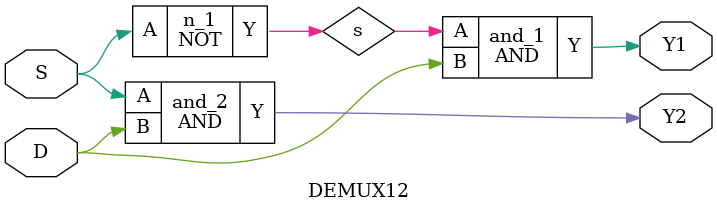
<source format=v>
module NOT(Y,A);
	input A;
	output Y;
	nand(Y,A,A);
endmodule
module AND(Y,A,B);
	input A,B;
	output Y;
	wire x;	
	nand(x,A,B);
	nand(Y,x,x);
endmodule

module DEMUX12(Y1,Y2,S,D);
	output Y1,Y2;
	input S,D;
	wire s;
	NOT n_1(s,S);
	AND and_1(Y1,s,D);
	AND and_2(Y2,S,D);
endmodule

</source>
